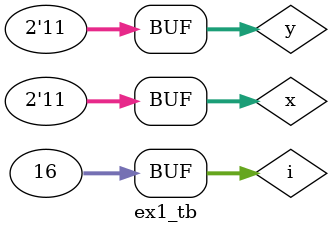
<source format=v>
module ex1(input [1:0] x, input [1:0] y, output reg [4:0] o);
  
  always @(*) begin
    if(x==y)o=x**y;
    else o=x*y;
  end
  
endmodule


module ex1_tb;
  reg [1:0] x, y;
  wire [4:0] o;
  
  ex1 dut (
    .x(x),
    .y(y),
    .o(o)
  );
  
  
  integer i;
  initial begin
    {x,y}=0;
    $monitor("%d\t%d\t%d",x,y,o);
    for(i=0;i<16;i=i+1) begin
      #10 {x,y}=i;
    end
  end
  
endmodule
</source>
